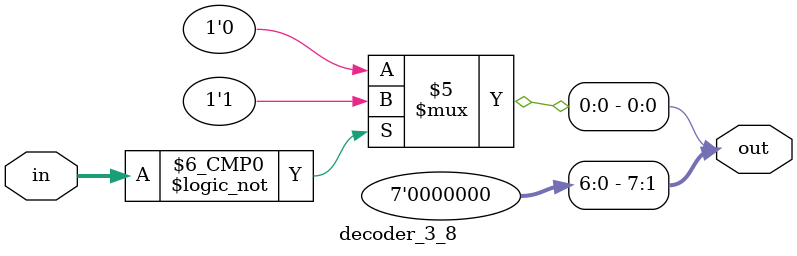
<source format=v>
module decoder_3_8(
  input[2:0] in,
  output reg [7:0]  out 
);
  
  always@(*) begin 
    out = 0;
    case(in)
      3'b000:out[0] = 1'b1 ;
      3'b000:out[1] = 1'b1 ;
      3'b000:out[2] = 1'b1 ;
      3'b000:out[3] = 1'b1 ;
      3'b000:out[4] = 1'b1 ;
      3'b000:out[5] = 1'b1 ;
      3'b000:out[6] = 1'b1 ;
      3'b000:out[7] = 1'b1 ;
      default : out  = 0 ;
    endcase
  end 
endmodule 
      
</source>
